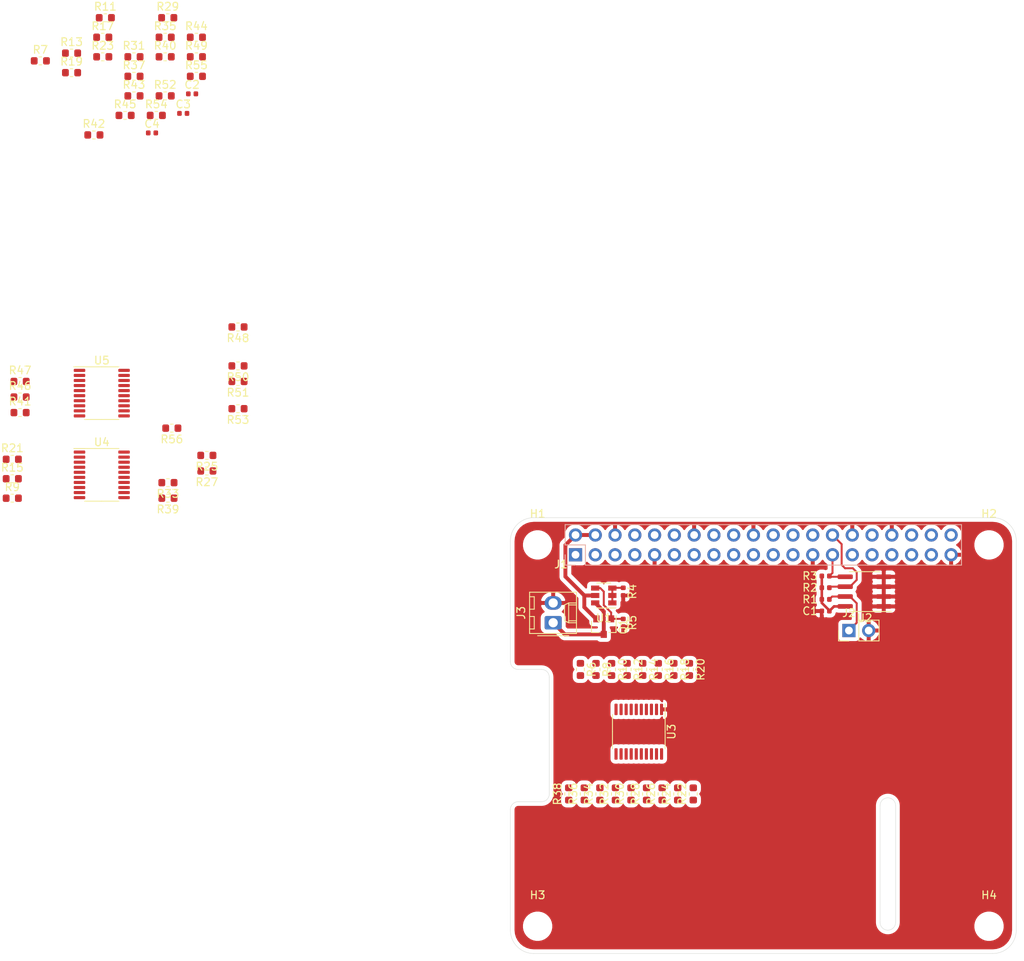
<source format=kicad_pcb>
(kicad_pcb (version 20171130) (host pcbnew "(5.1.5)-3")
  (layers (0 F.Cu signal) (31 B.Cu signal) (34 B.Paste user) (35 F.Paste user) (36 B.SilkS user) (37 F.SilkS user) (38 B.Mask user) (39 F.Mask user) (44 Edge.Cuts user))
  (net 0 "")
  (net 1 +3V3)
  (net 2 GND)
  (net 3 /ID_SC)
  (net 4 /ID_SD)
  (net 5 +5V)
  (net 6 "Net-(J2-Pad1)")
  (net 7 "Net-(J3-Pad1)")
  (net 8 "Net-(Q1-Pad1)")
  (net 9 "Net-(R4-Pad1)")
  (net 10 "Net-(R6-Pad2)")
  (net 11 "Net-(R7-Pad2)")
  (net 12 "Net-(R8-Pad2)")
  (net 13 "Net-(R9-Pad2)")
  (net 14 "Net-(R10-Pad2)")
  (net 15 "Net-(R11-Pad2)")
  (net 16 "Net-(R12-Pad2)")
  (net 17 "Net-(R13-Pad2)")
  (net 18 "Net-(R14-Pad2)")
  (net 19 "Net-(R15-Pad2)")
  (net 20 "Net-(R16-Pad2)")
  (net 21 "Net-(R17-Pad2)")
  (net 22 "Net-(R18-Pad2)")
  (net 23 "Net-(R19-Pad2)")
  (net 24 "Net-(R20-Pad2)")
  (net 25 "Net-(R21-Pad2)")
  (net 26 "Net-(R22-Pad2)")
  (net 27 "Net-(R23-Pad2)")
  (net 28 "Net-(R24-Pad2)")
  (net 29 "Net-(R25-Pad2)")
  (net 30 "Net-(R26-Pad2)")
  (net 31 "Net-(R27-Pad2)")
  (net 32 "Net-(R28-Pad2)")
  (net 33 "Net-(R29-Pad2)")
  (net 34 "Net-(R30-Pad2)")
  (net 35 "Net-(R31-Pad2)")
  (net 36 "Net-(R32-Pad2)")
  (net 37 "Net-(R33-Pad2)")
  (net 38 "Net-(R34-Pad2)")
  (net 39 "Net-(R35-Pad2)")
  (net 40 "Net-(R36-Pad2)")
  (net 41 "Net-(R37-Pad2)")
  (net 42 "Net-(R38-Pad2)")
  (net 43 "Net-(R39-Pad2)")
  (net 44 "Net-(R40-Pad2)")
  (net 45 "Net-(R41-Pad2)")
  (net 46 "Net-(R42-Pad2)")
  (net 47 "Net-(R43-Pad2)")
  (net 48 "Net-(R44-Pad2)")
  (net 49 "Net-(R45-Pad2)")
  (net 50 "Net-(R46-Pad2)")
  (net 51 "Net-(R47-Pad2)")
  (net 52 "Net-(R48-Pad2)")
  (net 53 "Net-(R49-Pad2)")
  (net 54 "Net-(R50-Pad2)")
  (net 55 "Net-(R51-Pad2)")
  (net 56 "Net-(R52-Pad2)")
  (net 57 "Net-(R53-Pad2)")
  (net 58 "Net-(R54-Pad2)")
  (net 59 "Net-(R55-Pad2)")
  (net 60 "Net-(R56-Pad2)")
  (module Package_SO:TSSOP-20_4.4x6.5mm_P0.65mm (layer F.Cu) (at -32.5 4)
    (fp_text reference U5 (at 0 -4.2) (layer F.SilkS))
    (fp_text value NVT2008PW)
    (pad 20 smd roundrect (at 2.8625 -2.925) (size 1.475 0.4) (layers F.Cu F.Paste F.Mask) (net 52 "Net-(R48-Pad2)"))
    (pad 19 smd roundrect (at 2.8625 -2.275) (size 1.475 0.4) (layers F.Cu F.Paste F.Mask) (net 52 "Net-(R48-Pad2)"))
    (pad 18 smd roundrect (at 2.8625 -1.625) (size 1.475 0.4) (layers F.Cu F.Paste F.Mask) (net 53 "Net-(R49-Pad2)"))
    (pad 17 smd roundrect (at 2.8625 -0.975) (size 1.475 0.4) (layers F.Cu F.Paste F.Mask) (net 54 "Net-(R50-Pad2)"))
    (pad 16 smd roundrect (at 2.8625 -0.325) (size 1.475 0.4) (layers F.Cu F.Paste F.Mask) (net 55 "Net-(R51-Pad2)"))
    (pad 15 smd roundrect (at 2.8625 0.325) (size 1.475 0.4) (layers F.Cu F.Paste F.Mask) (net 56 "Net-(R52-Pad2)"))
    (pad 14 smd roundrect (at 2.8625 0.975) (size 1.475 0.4) (layers F.Cu F.Paste F.Mask) (net 57 "Net-(R53-Pad2)"))
    (pad 13 smd roundrect (at 2.8625 1.625) (size 1.475 0.4) (layers F.Cu F.Paste F.Mask) (net 58 "Net-(R54-Pad2)"))
    (pad 12 smd roundrect (at 2.8625 2.275) (size 1.475 0.4) (layers F.Cu F.Paste F.Mask) (net 59 "Net-(R55-Pad2)"))
    (pad 11 smd roundrect (at 2.8625 2.925) (size 1.475 0.4) (layers F.Cu F.Paste F.Mask) (net 60 "Net-(R56-Pad2)"))
    (pad 10 smd roundrect (at -2.8625 2.925) (size 1.475 0.4) (layers F.Cu F.Paste F.Mask) (net 44 "Net-(R40-Pad2)"))
    (pad 9 smd roundrect (at -2.8625 2.275) (size 1.475 0.4) (layers F.Cu F.Paste F.Mask) (net 45 "Net-(R41-Pad2)"))
    (pad 8 smd roundrect (at -2.8625 1.625) (size 1.475 0.4) (layers F.Cu F.Paste F.Mask) (net 46 "Net-(R42-Pad2)"))
    (pad 7 smd roundrect (at -2.8625 0.975) (size 1.475 0.4) (layers F.Cu F.Paste F.Mask) (net 47 "Net-(R43-Pad2)"))
    (pad 6 smd roundrect (at -2.8625 0.325) (size 1.475 0.4) (layers F.Cu F.Paste F.Mask) (net 48 "Net-(R44-Pad2)"))
    (pad 5 smd roundrect (at -2.8625 -0.325) (size 1.475 0.4) (layers F.Cu F.Paste F.Mask) (net 49 "Net-(R45-Pad2)"))
    (pad 4 smd roundrect (at -2.8625 -0.975) (size 1.475 0.4) (layers F.Cu F.Paste F.Mask) (net 50 "Net-(R46-Pad2)"))
    (pad 3 smd roundrect (at -2.8625 -1.625) (size 1.475 0.4) (layers F.Cu F.Paste F.Mask) (net 51 "Net-(R47-Pad2)"))
    (pad 2 smd roundrect (at -2.8625 -2.275) (size 1.475 0.4) (layers F.Cu F.Paste F.Mask) (net 1 +3V3))
    (pad 1 smd roundrect (at -2.8625 -2.925) (size 1.475 0.4) (layers F.Cu F.Paste F.Mask) (net 2 GND))
  )
  (module Package_SO:TSSOP-20_4.4x6.5mm_P0.65mm (layer F.Cu) (at -32.5 14.5)
    (fp_text reference U4 (at 0 -4.2) (layer F.SilkS))
    (fp_text value NVT2008PW)
    (pad 20 smd roundrect (at 2.8625 -2.925) (size 1.475 0.4) (layers F.Cu F.Paste F.Mask) (net 27 "Net-(R23-Pad2)"))
    (pad 19 smd roundrect (at 2.8625 -2.275) (size 1.475 0.4) (layers F.Cu F.Paste F.Mask) (net 27 "Net-(R23-Pad2)"))
    (pad 18 smd roundrect (at 2.8625 -1.625) (size 1.475 0.4) (layers F.Cu F.Paste F.Mask) (net 29 "Net-(R25-Pad2)"))
    (pad 17 smd roundrect (at 2.8625 -0.975) (size 1.475 0.4) (layers F.Cu F.Paste F.Mask) (net 31 "Net-(R27-Pad2)"))
    (pad 16 smd roundrect (at 2.8625 -0.325) (size 1.475 0.4) (layers F.Cu F.Paste F.Mask) (net 33 "Net-(R29-Pad2)"))
    (pad 15 smd roundrect (at 2.8625 0.325) (size 1.475 0.4) (layers F.Cu F.Paste F.Mask) (net 35 "Net-(R31-Pad2)"))
    (pad 14 smd roundrect (at 2.8625 0.975) (size 1.475 0.4) (layers F.Cu F.Paste F.Mask) (net 37 "Net-(R33-Pad2)"))
    (pad 13 smd roundrect (at 2.8625 1.625) (size 1.475 0.4) (layers F.Cu F.Paste F.Mask) (net 39 "Net-(R35-Pad2)"))
    (pad 12 smd roundrect (at 2.8625 2.275) (size 1.475 0.4) (layers F.Cu F.Paste F.Mask) (net 41 "Net-(R37-Pad2)"))
    (pad 11 smd roundrect (at 2.8625 2.925) (size 1.475 0.4) (layers F.Cu F.Paste F.Mask) (net 43 "Net-(R39-Pad2)"))
    (pad 10 smd roundrect (at -2.8625 2.925) (size 1.475 0.4) (layers F.Cu F.Paste F.Mask) (net 11 "Net-(R7-Pad2)"))
    (pad 9 smd roundrect (at -2.8625 2.275) (size 1.475 0.4) (layers F.Cu F.Paste F.Mask) (net 13 "Net-(R9-Pad2)"))
    (pad 8 smd roundrect (at -2.8625 1.625) (size 1.475 0.4) (layers F.Cu F.Paste F.Mask) (net 15 "Net-(R11-Pad2)"))
    (pad 7 smd roundrect (at -2.8625 0.975) (size 1.475 0.4) (layers F.Cu F.Paste F.Mask) (net 17 "Net-(R13-Pad2)"))
    (pad 6 smd roundrect (at -2.8625 0.325) (size 1.475 0.4) (layers F.Cu F.Paste F.Mask) (net 19 "Net-(R15-Pad2)"))
    (pad 5 smd roundrect (at -2.8625 -0.325) (size 1.475 0.4) (layers F.Cu F.Paste F.Mask) (net 21 "Net-(R17-Pad2)"))
    (pad 4 smd roundrect (at -2.8625 -0.975) (size 1.475 0.4) (layers F.Cu F.Paste F.Mask) (net 23 "Net-(R19-Pad2)"))
    (pad 3 smd roundrect (at -2.8625 -1.625) (size 1.475 0.4) (layers F.Cu F.Paste F.Mask) (net 25 "Net-(R21-Pad2)"))
    (pad 2 smd roundrect (at -2.8625 -2.275) (size 1.475 0.4) (layers F.Cu F.Paste F.Mask) (net 1 +3V3))
    (pad 1 smd roundrect (at -2.8625 -2.925) (size 1.475 0.4) (layers F.Cu F.Paste F.Mask) (net 2 GND))
  )
  (module Package_SO:TSSOP-20_4.4x6.5mm_P0.65mm (layer F.Cu) (at 36.5 47.5 270)
    (fp_text reference U3 (at 0 -4.2 90) (layer F.SilkS))
    (fp_text value NVT2008PW)
    (pad 20 smd roundrect (at 2.8625 -2.925 270) (size 1.475 0.4) (layers F.Cu F.Paste F.Mask) (net 26 "Net-(R22-Pad2)"))
    (pad 19 smd roundrect (at 2.8625 -2.275 270) (size 1.475 0.4) (layers F.Cu F.Paste F.Mask) (net 26 "Net-(R22-Pad2)"))
    (pad 18 smd roundrect (at 2.8625 -1.625 270) (size 1.475 0.4) (layers F.Cu F.Paste F.Mask) (net 28 "Net-(R24-Pad2)"))
    (pad 17 smd roundrect (at 2.8625 -0.975 270) (size 1.475 0.4) (layers F.Cu F.Paste F.Mask) (net 30 "Net-(R26-Pad2)"))
    (pad 16 smd roundrect (at 2.8625 -0.325 270) (size 1.475 0.4) (layers F.Cu F.Paste F.Mask) (net 32 "Net-(R28-Pad2)"))
    (pad 15 smd roundrect (at 2.8625 0.325 270) (size 1.475 0.4) (layers F.Cu F.Paste F.Mask) (net 34 "Net-(R30-Pad2)"))
    (pad 14 smd roundrect (at 2.8625 0.975 270) (size 1.475 0.4) (layers F.Cu F.Paste F.Mask) (net 36 "Net-(R32-Pad2)"))
    (pad 13 smd roundrect (at 2.8625 1.625 270) (size 1.475 0.4) (layers F.Cu F.Paste F.Mask) (net 38 "Net-(R34-Pad2)"))
    (pad 12 smd roundrect (at 2.8625 2.275 270) (size 1.475 0.4) (layers F.Cu F.Paste F.Mask) (net 40 "Net-(R36-Pad2)"))
    (pad 11 smd roundrect (at 2.8625 2.925 270) (size 1.475 0.4) (layers F.Cu F.Paste F.Mask) (net 42 "Net-(R38-Pad2)"))
    (pad 10 smd roundrect (at -2.8625 2.925 270) (size 1.475 0.4) (layers F.Cu F.Paste F.Mask) (net 10 "Net-(R6-Pad2)"))
    (pad 9 smd roundrect (at -2.8625 2.275 270) (size 1.475 0.4) (layers F.Cu F.Paste F.Mask) (net 12 "Net-(R8-Pad2)"))
    (pad 8 smd roundrect (at -2.8625 1.625 270) (size 1.475 0.4) (layers F.Cu F.Paste F.Mask) (net 14 "Net-(R10-Pad2)"))
    (pad 7 smd roundrect (at -2.8625 0.975 270) (size 1.475 0.4) (layers F.Cu F.Paste F.Mask) (net 16 "Net-(R12-Pad2)"))
    (pad 6 smd roundrect (at -2.8625 0.325 270) (size 1.475 0.4) (layers F.Cu F.Paste F.Mask) (net 18 "Net-(R14-Pad2)"))
    (pad 5 smd roundrect (at -2.8625 -0.325 270) (size 1.475 0.4) (layers F.Cu F.Paste F.Mask) (net 20 "Net-(R16-Pad2)"))
    (pad 4 smd roundrect (at -2.8625 -0.975 270) (size 1.475 0.4) (layers F.Cu F.Paste F.Mask) (net 22 "Net-(R18-Pad2)"))
    (pad 3 smd roundrect (at -2.8625 -1.625 270) (size 1.475 0.4) (layers F.Cu F.Paste F.Mask) (net 24 "Net-(R20-Pad2)"))
    (pad 2 smd roundrect (at -2.8625 -2.275 270) (size 1.475 0.4) (layers F.Cu F.Paste F.Mask) (net 1 +3V3))
    (pad 1 smd roundrect (at -2.8625 -2.925 270) (size 1.475 0.4) (layers F.Cu F.Paste F.Mask) (net 2 GND))
  )
  (module Package_SO:SOIC-8_3.9x4.9mm_P1.27mm (layer F.Cu) (at 65.5 29.5 180)
    (fp_text reference U2 (at 0 -3.4) (layer F.SilkS))
    (fp_text value CAT24C32WI−GT3)
    (pad 8 smd roundrect (at 2.475 -1.905 180) (size 1.95 0.6) (layers F.Cu F.Paste F.Mask) (net 1 +3V3))
    (pad 7 smd roundrect (at 2.475 -0.635 180) (size 1.95 0.6) (layers F.Cu F.Paste F.Mask) (net 6 "Net-(J2-Pad1)"))
    (pad 6 smd roundrect (at 2.475 0.635 180) (size 1.95 0.6) (layers F.Cu F.Paste F.Mask) (net 3 /ID_SC))
    (pad 5 smd roundrect (at 2.475 1.905 180) (size 1.95 0.6) (layers F.Cu F.Paste F.Mask) (net 4 /ID_SD))
    (pad 4 smd roundrect (at -2.475 1.905 180) (size 1.95 0.6) (layers F.Cu F.Paste F.Mask) (net 2 GND))
    (pad 3 smd roundrect (at -2.475 0.635 180) (size 1.95 0.6) (layers F.Cu F.Paste F.Mask) (net 2 GND))
    (pad 2 smd roundrect (at -2.475 -0.635 180) (size 1.95 0.6) (layers F.Cu F.Paste F.Mask) (net 2 GND))
    (pad 1 smd roundrect (at -2.475 -1.905 180) (size 1.95 0.6) (layers F.Cu F.Paste F.Mask) (net 2 GND))
  )
  (module Package_TO_SOT_SMD:SOT-23-6 (layer F.Cu) (at 32 30 180)
    (fp_text reference U1 (at 0 -2.9) (layer F.SilkS))
    (fp_text value DMMT5401)
    (pad 5 smd rect (at 1.1 0 180) (size 1.06 0.65) (layers F.Cu F.Paste F.Mask) (net 5 +5V))
    (pad 6 smd rect (at 1.1 -0.95 180) (size 1.06 0.65) (layers F.Cu F.Paste F.Mask) (net 7 "Net-(J3-Pad1)"))
    (pad 4 smd rect (at 1.1 0.95 180) (size 1.06 0.65) (layers F.Cu F.Paste F.Mask) (net 8 "Net-(Q1-Pad1)"))
    (pad 3 smd rect (at -1.1 0.95 180) (size 1.06 0.65) (layers F.Cu F.Paste F.Mask) (net 9 "Net-(R4-Pad1)"))
    (pad 2 smd rect (at -1.1 0 180) (size 1.06 0.65) (layers F.Cu F.Paste F.Mask) (net 9 "Net-(R4-Pad1)"))
    (pad 1 smd rect (at -1.1 -0.95 180) (size 1.06 0.65) (layers F.Cu F.Paste F.Mask) (net 9 "Net-(R4-Pad1)"))
  )
  (module Resistor_SMD:R_0603_1608Metric (layer F.Cu) (at -23.5 8.5 180)
    (fp_text reference R56 (at 0 -1.43) (layer F.SilkS))
    (fp_text value 680)
    (pad 2 smd roundrect (at 0.7875 0 180) (size 0.875 0.95) (layers F.Cu F.Paste F.Mask) (net 60 "Net-(R56-Pad2)"))
    (pad 1 smd roundrect (at -0.7875 0 180) (size 0.875 0.95) (layers F.Cu F.Paste F.Mask) (net 5 +5V))
  )
  (module Resistor_SMD:R_0603_1608Metric (layer F.Cu) (at -20.344999 -36.704999)
    (fp_text reference R55 (at 0 -1.43) (layer F.SilkS))
    (fp_text value 680)
    (pad 2 smd roundrect (at 0.7875 0) (size 0.875 0.95) (layers F.Cu F.Paste F.Mask) (net 59 "Net-(R55-Pad2)"))
    (pad 1 smd roundrect (at -0.7875 0) (size 0.875 0.95) (layers F.Cu F.Paste F.Mask) (net 5 +5V))
  )
  (module Resistor_SMD:R_0603_1608Metric (layer F.Cu) (at -25.494999 -31.684999)
    (fp_text reference R54 (at 0 -1.43) (layer F.SilkS))
    (fp_text value 680)
    (pad 2 smd roundrect (at 0.7875 0) (size 0.875 0.95) (layers F.Cu F.Paste F.Mask) (net 58 "Net-(R54-Pad2)"))
    (pad 1 smd roundrect (at -0.7875 0) (size 0.875 0.95) (layers F.Cu F.Paste F.Mask) (net 5 +5V))
  )
  (module Resistor_SMD:R_0603_1608Metric (layer F.Cu) (at -15 6 180)
    (fp_text reference R53 (at 0 -1.43) (layer F.SilkS))
    (fp_text value 680)
    (pad 2 smd roundrect (at 0.7875 0 180) (size 0.875 0.95) (layers F.Cu F.Paste F.Mask) (net 57 "Net-(R53-Pad2)"))
    (pad 1 smd roundrect (at -0.7875 0 180) (size 0.875 0.95) (layers F.Cu F.Paste F.Mask) (net 5 +5V))
  )
  (module Resistor_SMD:R_0603_1608Metric (layer F.Cu) (at -24.354999 -34.194999)
    (fp_text reference R52 (at 0 -1.43) (layer F.SilkS))
    (fp_text value 680)
    (pad 2 smd roundrect (at 0.7875 0) (size 0.875 0.95) (layers F.Cu F.Paste F.Mask) (net 56 "Net-(R52-Pad2)"))
    (pad 1 smd roundrect (at -0.7875 0) (size 0.875 0.95) (layers F.Cu F.Paste F.Mask) (net 5 +5V))
  )
  (module Resistor_SMD:R_0603_1608Metric (layer F.Cu) (at -15 2.5 180)
    (fp_text reference R51 (at 0 -1.43) (layer F.SilkS))
    (fp_text value 680)
    (pad 2 smd roundrect (at 0.7875 0 180) (size 0.875 0.95) (layers F.Cu F.Paste F.Mask) (net 55 "Net-(R51-Pad2)"))
    (pad 1 smd roundrect (at -0.7875 0 180) (size 0.875 0.95) (layers F.Cu F.Paste F.Mask) (net 5 +5V))
  )
  (module Resistor_SMD:R_0603_1608Metric (layer F.Cu) (at -15 0.5 180)
    (fp_text reference R50 (at 0 -1.43) (layer F.SilkS))
    (fp_text value 680)
    (pad 2 smd roundrect (at 0.7875 0 180) (size 0.875 0.95) (layers F.Cu F.Paste F.Mask) (net 54 "Net-(R50-Pad2)"))
    (pad 1 smd roundrect (at -0.7875 0 180) (size 0.875 0.95) (layers F.Cu F.Paste F.Mask) (net 5 +5V))
  )
  (module Resistor_SMD:R_0603_1608Metric (layer F.Cu) (at -20.344999 -39.214999)
    (fp_text reference R49 (at 0 -1.43) (layer F.SilkS))
    (fp_text value 680)
    (pad 2 smd roundrect (at 0.7875 0) (size 0.875 0.95) (layers F.Cu F.Paste F.Mask) (net 53 "Net-(R49-Pad2)"))
    (pad 1 smd roundrect (at -0.7875 0) (size 0.875 0.95) (layers F.Cu F.Paste F.Mask) (net 5 +5V))
  )
  (module Resistor_SMD:R_0603_1608Metric (layer F.Cu) (at -15 -4.5 180)
    (fp_text reference R48 (at 0 -1.43) (layer F.SilkS))
    (fp_text value 200K)
    (pad 2 smd roundrect (at 0.7875 0 180) (size 0.875 0.95) (layers F.Cu F.Paste F.Mask) (net 52 "Net-(R48-Pad2)"))
    (pad 1 smd roundrect (at -0.7875 0 180) (size 0.875 0.95) (layers F.Cu F.Paste F.Mask) (net 5 +5V))
  )
  (module Resistor_SMD:R_0603_1608Metric (layer F.Cu) (at -43 2.5)
    (fp_text reference R47 (at 0 -1.43) (layer F.SilkS))
    (fp_text value 680)
    (pad 2 smd roundrect (at 0.7875 0) (size 0.875 0.95) (layers F.Cu F.Paste F.Mask) (net 51 "Net-(R47-Pad2)"))
    (pad 1 smd roundrect (at -0.7875 0) (size 0.875 0.95) (layers F.Cu F.Paste F.Mask) (net 1 +3V3))
  )
  (module Resistor_SMD:R_0603_1608Metric (layer F.Cu) (at -43 4.5)
    (fp_text reference R46 (at 0 -1.43) (layer F.SilkS))
    (fp_text value 680)
    (pad 2 smd roundrect (at 0.7875 0) (size 0.875 0.95) (layers F.Cu F.Paste F.Mask) (net 50 "Net-(R46-Pad2)"))
    (pad 1 smd roundrect (at -0.7875 0) (size 0.875 0.95) (layers F.Cu F.Paste F.Mask) (net 1 +3V3))
  )
  (module Resistor_SMD:R_0603_1608Metric (layer F.Cu) (at -29.504999 -31.684999)
    (fp_text reference R45 (at 0 -1.43) (layer F.SilkS))
    (fp_text value 680)
    (pad 2 smd roundrect (at 0.7875 0) (size 0.875 0.95) (layers F.Cu F.Paste F.Mask) (net 49 "Net-(R45-Pad2)"))
    (pad 1 smd roundrect (at -0.7875 0) (size 0.875 0.95) (layers F.Cu F.Paste F.Mask) (net 1 +3V3))
  )
  (module Resistor_SMD:R_0603_1608Metric (layer F.Cu) (at -20.344999 -41.724999)
    (fp_text reference R44 (at 0 -1.43) (layer F.SilkS))
    (fp_text value 680)
    (pad 2 smd roundrect (at 0.7875 0) (size 0.875 0.95) (layers F.Cu F.Paste F.Mask) (net 48 "Net-(R44-Pad2)"))
    (pad 1 smd roundrect (at -0.7875 0) (size 0.875 0.95) (layers F.Cu F.Paste F.Mask) (net 1 +3V3))
  )
  (module Resistor_SMD:R_0603_1608Metric (layer F.Cu) (at -28.364999 -34.194999)
    (fp_text reference R43 (at 0 -1.43) (layer F.SilkS))
    (fp_text value 680)
    (pad 2 smd roundrect (at 0.7875 0) (size 0.875 0.95) (layers F.Cu F.Paste F.Mask) (net 47 "Net-(R43-Pad2)"))
    (pad 1 smd roundrect (at -0.7875 0) (size 0.875 0.95) (layers F.Cu F.Paste F.Mask) (net 1 +3V3))
  )
  (module Resistor_SMD:R_0603_1608Metric (layer F.Cu) (at -33.514999 -29.174999)
    (fp_text reference R42 (at 0 -1.43) (layer F.SilkS))
    (fp_text value 680)
    (pad 2 smd roundrect (at 0.7875 0) (size 0.875 0.95) (layers F.Cu F.Paste F.Mask) (net 46 "Net-(R42-Pad2)"))
    (pad 1 smd roundrect (at -0.7875 0) (size 0.875 0.95) (layers F.Cu F.Paste F.Mask) (net 1 +3V3))
  )
  (module Resistor_SMD:R_0603_1608Metric (layer F.Cu) (at -43 6.5)
    (fp_text reference R41 (at 0 -1.43) (layer F.SilkS))
    (fp_text value 680)
    (pad 2 smd roundrect (at 0.7875 0) (size 0.875 0.95) (layers F.Cu F.Paste F.Mask) (net 45 "Net-(R41-Pad2)"))
    (pad 1 smd roundrect (at -0.7875 0) (size 0.875 0.95) (layers F.Cu F.Paste F.Mask) (net 1 +3V3))
  )
  (module Resistor_SMD:R_0603_1608Metric (layer F.Cu) (at -24.354999 -39.214999)
    (fp_text reference R40 (at 0 -1.43) (layer F.SilkS))
    (fp_text value 680)
    (pad 2 smd roundrect (at 0.7875 0) (size 0.875 0.95) (layers F.Cu F.Paste F.Mask) (net 44 "Net-(R40-Pad2)"))
    (pad 1 smd roundrect (at -0.7875 0) (size 0.875 0.95) (layers F.Cu F.Paste F.Mask) (net 1 +3V3))
  )
  (module Resistor_SMD:R_0603_1608Metric (layer F.Cu) (at -24 17.5 180)
    (fp_text reference R39 (at 0 -1.43) (layer F.SilkS))
    (fp_text value 680)
    (pad 2 smd roundrect (at 0.7875 0 180) (size 0.875 0.95) (layers F.Cu F.Paste F.Mask) (net 43 "Net-(R39-Pad2)"))
    (pad 1 smd roundrect (at -0.7875 0 180) (size 0.875 0.95) (layers F.Cu F.Paste F.Mask) (net 5 +5V))
  )
  (module Resistor_SMD:R_0603_1608Metric (layer F.Cu) (at 27.5 55.5 90)
    (fp_text reference R38 (at 0 -1.43 90) (layer F.SilkS))
    (fp_text value 680)
    (pad 2 smd roundrect (at 0.7875 0 90) (size 0.875 0.95) (layers F.Cu F.Paste F.Mask) (net 42 "Net-(R38-Pad2)"))
    (pad 1 smd roundrect (at -0.7875 0 90) (size 0.875 0.95) (layers F.Cu F.Paste F.Mask) (net 5 +5V))
  )
  (module Resistor_SMD:R_0603_1608Metric (layer F.Cu) (at -28.364999 -36.704999)
    (fp_text reference R37 (at 0 -1.43) (layer F.SilkS))
    (fp_text value 680)
    (pad 2 smd roundrect (at 0.7875 0) (size 0.875 0.95) (layers F.Cu F.Paste F.Mask) (net 41 "Net-(R37-Pad2)"))
    (pad 1 smd roundrect (at -0.7875 0) (size 0.875 0.95) (layers F.Cu F.Paste F.Mask) (net 5 +5V))
  )
  (module Resistor_SMD:R_0603_1608Metric (layer F.Cu) (at 29.5 55.5 90)
    (fp_text reference R36 (at 0 -1.43 90) (layer F.SilkS))
    (fp_text value 680)
    (pad 2 smd roundrect (at 0.7875 0 90) (size 0.875 0.95) (layers F.Cu F.Paste F.Mask) (net 40 "Net-(R36-Pad2)"))
    (pad 1 smd roundrect (at -0.7875 0 90) (size 0.875 0.95) (layers F.Cu F.Paste F.Mask) (net 5 +5V))
  )
  (module Resistor_SMD:R_0603_1608Metric (layer F.Cu) (at -24.354999 -41.724999)
    (fp_text reference R35 (at 0 -1.43) (layer F.SilkS))
    (fp_text value 680)
    (pad 2 smd roundrect (at 0.7875 0) (size 0.875 0.95) (layers F.Cu F.Paste F.Mask) (net 39 "Net-(R35-Pad2)"))
    (pad 1 smd roundrect (at -0.7875 0) (size 0.875 0.95) (layers F.Cu F.Paste F.Mask) (net 5 +5V))
  )
  (module Resistor_SMD:R_0603_1608Metric (layer F.Cu) (at 31.5 55.5 90)
    (fp_text reference R34 (at 0 -1.43 90) (layer F.SilkS))
    (fp_text value 680)
    (pad 2 smd roundrect (at 0.7875 0 90) (size 0.875 0.95) (layers F.Cu F.Paste F.Mask) (net 38 "Net-(R34-Pad2)"))
    (pad 1 smd roundrect (at -0.7875 0 90) (size 0.875 0.95) (layers F.Cu F.Paste F.Mask) (net 5 +5V))
  )
  (module Resistor_SMD:R_0603_1608Metric (layer F.Cu) (at -24 15.5 180)
    (fp_text reference R33 (at 0 -1.43) (layer F.SilkS))
    (fp_text value 680)
    (pad 2 smd roundrect (at 0.7875 0 180) (size 0.875 0.95) (layers F.Cu F.Paste F.Mask) (net 37 "Net-(R33-Pad2)"))
    (pad 1 smd roundrect (at -0.7875 0 180) (size 0.875 0.95) (layers F.Cu F.Paste F.Mask) (net 5 +5V))
  )
  (module Resistor_SMD:R_0603_1608Metric (layer F.Cu) (at 33.5 55.5 90)
    (fp_text reference R32 (at 0 -1.43 90) (layer F.SilkS))
    (fp_text value 680)
    (pad 2 smd roundrect (at 0.7875 0 90) (size 0.875 0.95) (layers F.Cu F.Paste F.Mask) (net 36 "Net-(R32-Pad2)"))
    (pad 1 smd roundrect (at -0.7875 0 90) (size 0.875 0.95) (layers F.Cu F.Paste F.Mask) (net 5 +5V))
  )
  (module Resistor_SMD:R_0603_1608Metric (layer F.Cu) (at -28.364999 -39.214999)
    (fp_text reference R31 (at 0 -1.43) (layer F.SilkS))
    (fp_text value 680)
    (pad 2 smd roundrect (at 0.7875 0) (size 0.875 0.95) (layers F.Cu F.Paste F.Mask) (net 35 "Net-(R31-Pad2)"))
    (pad 1 smd roundrect (at -0.7875 0) (size 0.875 0.95) (layers F.Cu F.Paste F.Mask) (net 5 +5V))
  )
  (module Resistor_SMD:R_0603_1608Metric (layer F.Cu) (at 35.5 55.5 90)
    (fp_text reference R30 (at 0 -1.43 90) (layer F.SilkS))
    (fp_text value 680)
    (pad 2 smd roundrect (at 0.7875 0 90) (size 0.875 0.95) (layers F.Cu F.Paste F.Mask) (net 34 "Net-(R30-Pad2)"))
    (pad 1 smd roundrect (at -0.7875 0 90) (size 0.875 0.95) (layers F.Cu F.Paste F.Mask) (net 5 +5V))
  )
  (module Resistor_SMD:R_0603_1608Metric (layer F.Cu) (at -24.024999 -44.234999)
    (fp_text reference R29 (at 0 -1.43) (layer F.SilkS))
    (fp_text value 680)
    (pad 2 smd roundrect (at 0.7875 0) (size 0.875 0.95) (layers F.Cu F.Paste F.Mask) (net 33 "Net-(R29-Pad2)"))
    (pad 1 smd roundrect (at -0.7875 0) (size 0.875 0.95) (layers F.Cu F.Paste F.Mask) (net 5 +5V))
  )
  (module Resistor_SMD:R_0603_1608Metric (layer F.Cu) (at 37.5 55.5 90)
    (fp_text reference R28 (at 0 -1.43 90) (layer F.SilkS))
    (fp_text value 680)
    (pad 2 smd roundrect (at 0.7875 0 90) (size 0.875 0.95) (layers F.Cu F.Paste F.Mask) (net 32 "Net-(R28-Pad2)"))
    (pad 1 smd roundrect (at -0.7875 0 90) (size 0.875 0.95) (layers F.Cu F.Paste F.Mask) (net 5 +5V))
  )
  (module Resistor_SMD:R_0603_1608Metric (layer F.Cu) (at -19 14 180)
    (fp_text reference R27 (at 0 -1.43) (layer F.SilkS))
    (fp_text value 680)
    (pad 2 smd roundrect (at 0.7875 0 180) (size 0.875 0.95) (layers F.Cu F.Paste F.Mask) (net 31 "Net-(R27-Pad2)"))
    (pad 1 smd roundrect (at -0.7875 0 180) (size 0.875 0.95) (layers F.Cu F.Paste F.Mask) (net 5 +5V))
  )
  (module Resistor_SMD:R_0603_1608Metric (layer F.Cu) (at 39.5 55.5 90)
    (fp_text reference R26 (at 0 -1.43 90) (layer F.SilkS))
    (fp_text value 680)
    (pad 2 smd roundrect (at 0.7875 0 90) (size 0.875 0.95) (layers F.Cu F.Paste F.Mask) (net 30 "Net-(R26-Pad2)"))
    (pad 1 smd roundrect (at -0.7875 0 90) (size 0.875 0.95) (layers F.Cu F.Paste F.Mask) (net 5 +5V))
  )
  (module Resistor_SMD:R_0603_1608Metric (layer F.Cu) (at -19 12 180)
    (fp_text reference R25 (at 0 -1.43) (layer F.SilkS))
    (fp_text value 680)
    (pad 2 smd roundrect (at 0.7875 0 180) (size 0.875 0.95) (layers F.Cu F.Paste F.Mask) (net 29 "Net-(R25-Pad2)"))
    (pad 1 smd roundrect (at -0.7875 0 180) (size 0.875 0.95) (layers F.Cu F.Paste F.Mask) (net 5 +5V))
  )
  (module Resistor_SMD:R_0603_1608Metric (layer F.Cu) (at 41.5 55.5 90)
    (fp_text reference R24 (at 0 -1.43 90) (layer F.SilkS))
    (fp_text value 680)
    (pad 2 smd roundrect (at 0.7875 0 90) (size 0.875 0.95) (layers F.Cu F.Paste F.Mask) (net 28 "Net-(R24-Pad2)"))
    (pad 1 smd roundrect (at -0.7875 0 90) (size 0.875 0.95) (layers F.Cu F.Paste F.Mask) (net 5 +5V))
  )
  (module Resistor_SMD:R_0603_1608Metric (layer F.Cu) (at -32.374999 -39.214999)
    (fp_text reference R23 (at 0 -1.43) (layer F.SilkS))
    (fp_text value 200K)
    (pad 2 smd roundrect (at 0.7875 0) (size 0.875 0.95) (layers F.Cu F.Paste F.Mask) (net 27 "Net-(R23-Pad2)"))
    (pad 1 smd roundrect (at -0.7875 0) (size 0.875 0.95) (layers F.Cu F.Paste F.Mask) (net 5 +5V))
  )
  (module Resistor_SMD:R_0603_1608Metric (layer F.Cu) (at 43.5 55.5 90)
    (fp_text reference R22 (at 0 -1.43 90) (layer F.SilkS))
    (fp_text value 200K)
    (pad 2 smd roundrect (at 0.7875 0 90) (size 0.875 0.95) (layers F.Cu F.Paste F.Mask) (net 26 "Net-(R22-Pad2)"))
    (pad 1 smd roundrect (at -0.7875 0 90) (size 0.875 0.95) (layers F.Cu F.Paste F.Mask) (net 5 +5V))
  )
  (module Resistor_SMD:R_0603_1608Metric (layer F.Cu) (at -44 12.5)
    (fp_text reference R21 (at 0 -1.43) (layer F.SilkS))
    (fp_text value 680)
    (pad 2 smd roundrect (at 0.7875 0) (size 0.875 0.95) (layers F.Cu F.Paste F.Mask) (net 25 "Net-(R21-Pad2)"))
    (pad 1 smd roundrect (at -0.7875 0) (size 0.875 0.95) (layers F.Cu F.Paste F.Mask) (net 1 +3V3))
  )
  (module Resistor_SMD:R_0603_1608Metric (layer F.Cu) (at 43 39.5 270)
    (fp_text reference R20 (at 0 -1.43 90) (layer F.SilkS))
    (fp_text value 680)
    (pad 2 smd roundrect (at 0.7875 0 270) (size 0.875 0.95) (layers F.Cu F.Paste F.Mask) (net 24 "Net-(R20-Pad2)"))
    (pad 1 smd roundrect (at -0.7875 0 270) (size 0.875 0.95) (layers F.Cu F.Paste F.Mask) (net 1 +3V3))
  )
  (module Resistor_SMD:R_0603_1608Metric (layer F.Cu) (at -36.384999 -37.174999)
    (fp_text reference R19 (at 0 -1.43) (layer F.SilkS))
    (fp_text value 680)
    (pad 2 smd roundrect (at 0.7875 0) (size 0.875 0.95) (layers F.Cu F.Paste F.Mask) (net 23 "Net-(R19-Pad2)"))
    (pad 1 smd roundrect (at -0.7875 0) (size 0.875 0.95) (layers F.Cu F.Paste F.Mask) (net 1 +3V3))
  )
  (module Resistor_SMD:R_0603_1608Metric (layer F.Cu) (at 41 39.5 270)
    (fp_text reference R18 (at 0 -1.43 90) (layer F.SilkS))
    (fp_text value 680)
    (pad 2 smd roundrect (at 0.7875 0 270) (size 0.875 0.95) (layers F.Cu F.Paste F.Mask) (net 22 "Net-(R18-Pad2)"))
    (pad 1 smd roundrect (at -0.7875 0 270) (size 0.875 0.95) (layers F.Cu F.Paste F.Mask) (net 1 +3V3))
  )
  (module Resistor_SMD:R_0603_1608Metric (layer F.Cu) (at -32.374999 -41.724999)
    (fp_text reference R17 (at 0 -1.43) (layer F.SilkS))
    (fp_text value 680)
    (pad 2 smd roundrect (at 0.7875 0) (size 0.875 0.95) (layers F.Cu F.Paste F.Mask) (net 21 "Net-(R17-Pad2)"))
    (pad 1 smd roundrect (at -0.7875 0) (size 0.875 0.95) (layers F.Cu F.Paste F.Mask) (net 1 +3V3))
  )
  (module Resistor_SMD:R_0603_1608Metric (layer F.Cu) (at 39 39.5 270)
    (fp_text reference R16 (at 0 -1.43 90) (layer F.SilkS))
    (fp_text value 680)
    (pad 2 smd roundrect (at 0.7875 0 270) (size 0.875 0.95) (layers F.Cu F.Paste F.Mask) (net 20 "Net-(R16-Pad2)"))
    (pad 1 smd roundrect (at -0.7875 0 270) (size 0.875 0.95) (layers F.Cu F.Paste F.Mask) (net 1 +3V3))
  )
  (module Resistor_SMD:R_0603_1608Metric (layer F.Cu) (at -44 15)
    (fp_text reference R15 (at 0 -1.43) (layer F.SilkS))
    (fp_text value 680)
    (pad 2 smd roundrect (at 0.7875 0) (size 0.875 0.95) (layers F.Cu F.Paste F.Mask) (net 19 "Net-(R15-Pad2)"))
    (pad 1 smd roundrect (at -0.7875 0) (size 0.875 0.95) (layers F.Cu F.Paste F.Mask) (net 1 +3V3))
  )
  (module Resistor_SMD:R_0603_1608Metric (layer F.Cu) (at 37 39.5 270)
    (fp_text reference R14 (at 0 -1.43 90) (layer F.SilkS))
    (fp_text value 680)
    (pad 2 smd roundrect (at 0.7875 0 270) (size 0.875 0.95) (layers F.Cu F.Paste F.Mask) (net 18 "Net-(R14-Pad2)"))
    (pad 1 smd roundrect (at -0.7875 0 270) (size 0.875 0.95) (layers F.Cu F.Paste F.Mask) (net 1 +3V3))
  )
  (module Resistor_SMD:R_0603_1608Metric (layer F.Cu) (at -36.384999 -39.684999)
    (fp_text reference R13 (at 0 -1.43) (layer F.SilkS))
    (fp_text value 680)
    (pad 2 smd roundrect (at 0.7875 0) (size 0.875 0.95) (layers F.Cu F.Paste F.Mask) (net 17 "Net-(R13-Pad2)"))
    (pad 1 smd roundrect (at -0.7875 0) (size 0.875 0.95) (layers F.Cu F.Paste F.Mask) (net 1 +3V3))
  )
  (module Resistor_SMD:R_0603_1608Metric (layer F.Cu) (at 35 39.5 270)
    (fp_text reference R12 (at 0 -1.43 90) (layer F.SilkS))
    (fp_text value 680)
    (pad 2 smd roundrect (at 0.7875 0 270) (size 0.875 0.95) (layers F.Cu F.Paste F.Mask) (net 16 "Net-(R12-Pad2)"))
    (pad 1 smd roundrect (at -0.7875 0 270) (size 0.875 0.95) (layers F.Cu F.Paste F.Mask) (net 1 +3V3))
  )
  (module Resistor_SMD:R_0603_1608Metric (layer F.Cu) (at -32.044999 -44.234999)
    (fp_text reference R11 (at 0 -1.43) (layer F.SilkS))
    (fp_text value 680)
    (pad 2 smd roundrect (at 0.7875 0) (size 0.875 0.95) (layers F.Cu F.Paste F.Mask) (net 15 "Net-(R11-Pad2)"))
    (pad 1 smd roundrect (at -0.7875 0) (size 0.875 0.95) (layers F.Cu F.Paste F.Mask) (net 1 +3V3))
  )
  (module Resistor_SMD:R_0603_1608Metric (layer F.Cu) (at 33 39.5 270)
    (fp_text reference R10 (at 0 -1.43 90) (layer F.SilkS))
    (fp_text value 680)
    (pad 2 smd roundrect (at 0.7875 0 270) (size 0.875 0.95) (layers F.Cu F.Paste F.Mask) (net 14 "Net-(R10-Pad2)"))
    (pad 1 smd roundrect (at -0.7875 0 270) (size 0.875 0.95) (layers F.Cu F.Paste F.Mask) (net 1 +3V3))
  )
  (module Resistor_SMD:R_0603_1608Metric (layer F.Cu) (at -44 17.5)
    (fp_text reference R9 (at 0 -1.43) (layer F.SilkS))
    (fp_text value 680)
    (pad 2 smd roundrect (at 0.7875 0) (size 0.875 0.95) (layers F.Cu F.Paste F.Mask) (net 13 "Net-(R9-Pad2)"))
    (pad 1 smd roundrect (at -0.7875 0) (size 0.875 0.95) (layers F.Cu F.Paste F.Mask) (net 1 +3V3))
  )
  (module Resistor_SMD:R_0603_1608Metric (layer F.Cu) (at 31 39.5 270)
    (fp_text reference R8 (at 0 -1.43 90) (layer F.SilkS))
    (fp_text value 680)
    (pad 2 smd roundrect (at 0.7875 0 270) (size 0.875 0.95) (layers F.Cu F.Paste F.Mask) (net 12 "Net-(R8-Pad2)"))
    (pad 1 smd roundrect (at -0.7875 0 270) (size 0.875 0.95) (layers F.Cu F.Paste F.Mask) (net 1 +3V3))
  )
  (module Resistor_SMD:R_0603_1608Metric (layer F.Cu) (at -40.394999 -38.694999)
    (fp_text reference R7 (at 0 -1.43) (layer F.SilkS))
    (fp_text value 680)
    (pad 2 smd roundrect (at 0.7875 0) (size 0.875 0.95) (layers F.Cu F.Paste F.Mask) (net 11 "Net-(R7-Pad2)"))
    (pad 1 smd roundrect (at -0.7875 0) (size 0.875 0.95) (layers F.Cu F.Paste F.Mask) (net 1 +3V3))
  )
  (module Resistor_SMD:R_0603_1608Metric (layer F.Cu) (at 29 39.5 270)
    (fp_text reference R6 (at 0 -1.43 90) (layer F.SilkS))
    (fp_text value 680)
    (pad 2 smd roundrect (at 0.7875 0 270) (size 0.875 0.95) (layers F.Cu F.Paste F.Mask) (net 10 "Net-(R6-Pad2)"))
    (pad 1 smd roundrect (at -0.7875 0 270) (size 0.875 0.95) (layers F.Cu F.Paste F.Mask) (net 1 +3V3))
  )
  (module Package_TO_SOT_SMD:SOT-23 (layer F.Cu) (at 32 34 270)
    (fp_text reference Q1 (at 0 -2.5 90) (layer F.SilkS))
    (fp_text value DMG2305UX)
    (pad 3 smd rect (at 1 0 270) (size 0.9 0.8) (layers F.Cu F.Paste F.Mask) (net 7 "Net-(J3-Pad1)"))
    (pad 2 smd rect (at -1 0.95 270) (size 0.9 0.8) (layers F.Cu F.Paste F.Mask) (net 5 +5V))
    (pad 1 smd rect (at -1 -0.95 270) (size 0.9 0.8) (layers F.Cu F.Paste F.Mask) (net 8 "Net-(Q1-Pad1)"))
  )
  (module Connector_Molex:Molex_KK-254_AE-6410-02A_1x02_P2.54mm_Vertical (layer F.Cu) (at 25.5 33.5 90)
    (fp_text reference J3 (at 1.27 -4.12 90) (layer F.SilkS))
    (fp_text value Screw_Terminal_01x02)
    (pad 2 thru_hole oval (at 2.54 0 90) (size 1.74 2.19) (drill 1.19) (layers *.Cu *.Mask) (net 2 GND))
    (pad 1 thru_hole roundrect (at 0 0 90) (size 1.74 2.19) (drill 1.19) (layers *.Cu *.Mask) (roundrect_rratio 0.143678) (net 7 "Net-(J3-Pad1)"))
  )
  (module Capacitor_SMD:C_0402_1005Metric (layer F.Cu) (at -26.044999 -29.434999)
    (fp_text reference C4 (at 0 -1.17) (layer F.SilkS))
    (fp_text value 100n)
    (pad 2 smd roundrect (at 0.485 0) (size 0.59 0.64) (layers F.Cu F.Paste F.Mask) (net 5 +5V))
    (pad 1 smd roundrect (at -0.485 0) (size 0.59 0.64) (layers F.Cu F.Paste F.Mask) (net 2 GND))
  )
  (module Capacitor_SMD:C_0402_1005Metric (layer F.Cu) (at -22.034999 -31.944999)
    (fp_text reference C3 (at 0 -1.17) (layer F.SilkS))
    (fp_text value 100n)
    (pad 2 smd roundrect (at 0.485 0) (size 0.59 0.64) (layers F.Cu F.Paste F.Mask) (net 5 +5V))
    (pad 1 smd roundrect (at -0.485 0) (size 0.59 0.64) (layers F.Cu F.Paste F.Mask) (net 2 GND))
  )
  (module Capacitor_SMD:C_0402_1005Metric (layer F.Cu) (at -20.894999 -34.454999)
    (fp_text reference C2 (at 0 -1.17) (layer F.SilkS))
    (fp_text value 100n)
    (pad 2 smd roundrect (at 0.485 0) (size 0.59 0.64) (layers F.Cu F.Paste F.Mask) (net 5 +5V))
    (pad 1 smd roundrect (at -0.485 0) (size 0.59 0.64) (layers F.Cu F.Paste F.Mask) (net 2 GND))
  )
  (module Resistor_SMD:R_0402_1005Metric (layer F.Cu) (at 34.5 33.5 270)
    (fp_text reference R5 (at 0 -1.17 90) (layer F.SilkS))
    (fp_text value 47K)
    (pad 2 smd roundrect (at 0.485 0 270) (size 0.59 0.64) (layers F.Cu F.Paste F.Mask) (net 2 GND))
    (pad 1 smd roundrect (at -0.485 0 270) (size 0.59 0.64) (layers F.Cu F.Paste F.Mask) (net 8 "Net-(Q1-Pad1)"))
  )
  (module Resistor_SMD:R_0402_1005Metric (layer F.Cu) (at 34.5 29.5 270)
    (fp_text reference R4 (at 0 -1.17 90) (layer F.SilkS))
    (fp_text value 10K)
    (pad 2 smd roundrect (at 0.485 0 270) (size 0.59 0.64) (layers F.Cu F.Paste F.Mask) (net 2 GND))
    (pad 1 smd roundrect (at -0.485 0 270) (size 0.59 0.64) (layers F.Cu F.Paste F.Mask) (net 9 "Net-(R4-Pad1)"))
  )
  (module beahpong:MountingHole_2.75mm_M2.5_Land_6.2mm (layer F.Cu) (at 81.5 72.5)
    (fp_text reference H4 (at 0 -4) (layer F.SilkS))
    (fp_text value MountingHole)
    (pad "" np_thru_hole circle (at 0 0) (size 2.75 2.75) (drill 2.75) (layers *.Cu *.Mask))
  )
  (module beahpong:MountingHole_2.75mm_M2.5_Land_6.2mm (layer F.Cu) (at 23.5 72.5)
    (fp_text reference H3 (at 0 -4) (layer F.SilkS))
    (fp_text value MountingHole)
    (pad "" np_thru_hole circle (at 0 0) (size 2.75 2.75) (drill 2.75) (layers *.Cu *.Mask))
  )
  (module beahpong:MountingHole_2.75mm_M2.5_Land_6.2mm (layer F.Cu) (at 81.5 23.5)
    (fp_text reference H2 (at 0 -4) (layer F.SilkS))
    (fp_text value MountingHole)
    (pad "" np_thru_hole circle (at 0 0) (size 2.75 2.75) (drill 2.75) (layers *.Cu *.Mask))
  )
  (module beahpong:MountingHole_2.75mm_M2.5_Land_6.2mm (layer F.Cu) (at 23.5 23.5)
    (fp_text reference H1 (at 0 -4) (layer F.SilkS))
    (fp_text value MountingHole)
    (pad "" np_thru_hole circle (at 0 0) (size 2.75 2.75) (drill 2.75) (layers *.Cu *.Mask))
  )
  (module Connector_PinHeader_2.54mm:PinHeader_1x02_P2.54mm_Vertical (layer F.Cu) (at 63.5 34.5 90)
    (fp_text reference J2 (at 2.25 0 180) (layer F.SilkS))
    (fp_text value Conn_01x02)
    (pad 2 thru_hole oval (at 0 2.54 90) (size 1.7 1.7) (drill 1) (layers *.Cu *.Mask) (net 2 GND))
    (pad 1 thru_hole rect (at 0 0 90) (size 1.7 1.7) (drill 1) (layers *.Cu *.Mask) (net 6 "Net-(J2-Pad1)"))
  )
  (module Connector_PinSocket_2.54mm:PinSocket_2x20_P2.54mm_Vertical (layer B.Cu) (at 28.37 24.77 270)
    (fp_text reference J1 (at 1.23 1.87 180) (layer F.SilkS))
    (fp_text value Conn_02x20_Odd_Even)
    (pad 40 thru_hole oval (at -2.54 -48.26 270) (size 1.7 1.7) (drill 1) (layers *.Cu *.Mask))
    (pad 39 thru_hole oval (at 0 -48.26 270) (size 1.7 1.7) (drill 1) (layers *.Cu *.Mask) (net 2 GND))
    (pad 38 thru_hole oval (at -2.54 -45.72 270) (size 1.7 1.7) (drill 1) (layers *.Cu *.Mask))
    (pad 37 thru_hole oval (at 0 -45.72 270) (size 1.7 1.7) (drill 1) (layers *.Cu *.Mask))
    (pad 36 thru_hole oval (at -2.54 -43.18 270) (size 1.7 1.7) (drill 1) (layers *.Cu *.Mask))
    (pad 35 thru_hole oval (at 0 -43.18 270) (size 1.7 1.7) (drill 1) (layers *.Cu *.Mask))
    (pad 34 thru_hole oval (at -2.54 -40.64 270) (size 1.7 1.7) (drill 1) (layers *.Cu *.Mask) (net 2 GND))
    (pad 33 thru_hole oval (at 0 -40.64 270) (size 1.7 1.7) (drill 1) (layers *.Cu *.Mask))
    (pad 32 thru_hole oval (at -2.54 -38.1 270) (size 1.7 1.7) (drill 1) (layers *.Cu *.Mask))
    (pad 31 thru_hole oval (at 0 -38.1 270) (size 1.7 1.7) (drill 1) (layers *.Cu *.Mask))
    (pad 30 thru_hole oval (at -2.54 -35.56 270) (size 1.7 1.7) (drill 1) (layers *.Cu *.Mask) (net 2 GND))
    (pad 29 thru_hole oval (at 0 -35.56 270) (size 1.7 1.7) (drill 1) (layers *.Cu *.Mask))
    (pad 28 thru_hole oval (at -2.54 -33.02 270) (size 1.7 1.7) (drill 1) (layers *.Cu *.Mask) (net 3 /ID_SC))
    (pad 27 thru_hole oval (at 0 -33.02 270) (size 1.7 1.7) (drill 1) (layers *.Cu *.Mask) (net 4 /ID_SD))
    (pad 26 thru_hole oval (at -2.54 -30.48 270) (size 1.7 1.7) (drill 1) (layers *.Cu *.Mask))
    (pad 25 thru_hole oval (at 0 -30.48 270) (size 1.7 1.7) (drill 1) (layers *.Cu *.Mask) (net 2 GND))
    (pad 24 thru_hole oval (at -2.54 -27.94 270) (size 1.7 1.7) (drill 1) (layers *.Cu *.Mask))
    (pad 23 thru_hole oval (at 0 -27.94 270) (size 1.7 1.7) (drill 1) (layers *.Cu *.Mask))
    (pad 22 thru_hole oval (at -2.54 -25.4 270) (size 1.7 1.7) (drill 1) (layers *.Cu *.Mask))
    (pad 21 thru_hole oval (at 0 -25.4 270) (size 1.7 1.7) (drill 1) (layers *.Cu *.Mask))
    (pad 20 thru_hole oval (at -2.54 -22.86 270) (size 1.7 1.7) (drill 1) (layers *.Cu *.Mask) (net 2 GND))
    (pad 19 thru_hole oval (at 0 -22.86 270) (size 1.7 1.7) (drill 1) (layers *.Cu *.Mask))
    (pad 18 thru_hole oval (at -2.54 -20.32 270) (size 1.7 1.7) (drill 1) (layers *.Cu *.Mask))
    (pad 17 thru_hole oval (at 0 -20.32 270) (size 1.7 1.7) (drill 1) (layers *.Cu *.Mask) (net 1 +3V3))
    (pad 16 thru_hole oval (at -2.54 -17.78 270) (size 1.7 1.7) (drill 1) (layers *.Cu *.Mask))
    (pad 15 thru_hole oval (at 0 -17.78 270) (size 1.7 1.7) (drill 1) (layers *.Cu *.Mask))
    (pad 14 thru_hole oval (at -2.54 -15.24 270) (size 1.7 1.7) (drill 1) (layers *.Cu *.Mask) (net 2 GND))
    (pad 13 thru_hole oval (at 0 -15.24 270) (size 1.7 1.7) (drill 1) (layers *.Cu *.Mask))
    (pad 12 thru_hole oval (at -2.54 -12.7 270) (size 1.7 1.7) (drill 1) (layers *.Cu *.Mask))
    (pad 11 thru_hole oval (at 0 -12.7 270) (size 1.7 1.7) (drill 1) (layers *.Cu *.Mask))
    (pad 10 thru_hole oval (at -2.54 -10.16 270) (size 1.7 1.7) (drill 1) (layers *.Cu *.Mask))
    (pad 9 thru_hole oval (at 0 -10.16 270) (size 1.7 1.7) (drill 1) (layers *.Cu *.Mask) (net 2 GND))
    (pad 8 thru_hole oval (at -2.54 -7.62 270) (size 1.7 1.7) (drill 1) (layers *.Cu *.Mask))
    (pad 7 thru_hole oval (at 0 -7.62 270) (size 1.7 1.7) (drill 1) (layers *.Cu *.Mask))
    (pad 6 thru_hole oval (at -2.54 -5.08 270) (size 1.7 1.7) (drill 1) (layers *.Cu *.Mask) (net 2 GND))
    (pad 5 thru_hole oval (at 0 -5.08 270) (size 1.7 1.7) (drill 1) (layers *.Cu *.Mask))
    (pad 4 thru_hole oval (at -2.54 -2.54 270) (size 1.7 1.7) (drill 1) (layers *.Cu *.Mask) (net 5 +5V))
    (pad 3 thru_hole oval (at 0 -2.54 270) (size 1.7 1.7) (drill 1) (layers *.Cu *.Mask))
    (pad 2 thru_hole oval (at -2.54 0 270) (size 1.7 1.7) (drill 1) (layers *.Cu *.Mask) (net 5 +5V))
    (pad 1 thru_hole rect (at 0 0 270) (size 1.7 1.7) (drill 1) (layers *.Cu *.Mask) (net 1 +3V3))
  )
  (module Resistor_SMD:R_0402_1005Metric (layer F.Cu) (at 60.5 27.5)
    (fp_text reference R3 (at -2 0) (layer F.SilkS))
    (fp_text value 3.9K)
    (pad 2 smd roundrect (at 0.485 0) (size 0.59 0.64) (layers F.Cu F.Paste F.Mask) (net 4 /ID_SD))
    (pad 1 smd roundrect (at -0.485 0) (size 0.59 0.64) (layers F.Cu F.Paste F.Mask) (net 1 +3V3))
  )
  (module Resistor_SMD:R_0402_1005Metric (layer F.Cu) (at 60.5 29)
    (fp_text reference R2 (at -2 0) (layer F.SilkS))
    (fp_text value 3.9K)
    (pad 2 smd roundrect (at 0.485 0) (size 0.59 0.64) (layers F.Cu F.Paste F.Mask) (net 3 /ID_SC))
    (pad 1 smd roundrect (at -0.485 0) (size 0.59 0.64) (layers F.Cu F.Paste F.Mask) (net 1 +3V3))
  )
  (module Resistor_SMD:R_0402_1005Metric (layer F.Cu) (at 60.5 30.5)
    (fp_text reference R1 (at -2 0) (layer F.SilkS))
    (fp_text value 1K)
    (pad 2 smd roundrect (at 0.485 0) (size 0.59 0.64) (layers F.Cu F.Paste F.Mask) (net 6 "Net-(J2-Pad1)"))
    (pad 1 smd roundrect (at -0.485 0) (size 0.59 0.64) (layers F.Cu F.Paste F.Mask) (net 1 +3V3))
  )
  (module Capacitor_SMD:C_0402_1005Metric (layer F.Cu) (at 60.5 32)
    (fp_text reference C1 (at -2 0) (layer F.SilkS))
    (fp_text value 100n)
    (pad 2 smd roundrect (at 0.485 0) (size 0.59 0.64) (layers F.Cu F.Paste F.Mask) (net 1 +3V3))
    (pad 1 smd roundrect (at -0.485 0) (size 0.59 0.64) (layers F.Cu F.Paste F.Mask) (net 2 GND))
  )
  (gr_line (start 67.5 72) (end 67.5 57) (layer Edge.Cuts) (width 0.05))
  (gr_line (start 69.5 57) (end 69.5 72) (layer Edge.Cuts) (width 0.05))
  (gr_arc (start 68.5 57) (end 69.5 57) (angle -180) (layer Edge.Cuts) (width 0.05))
  (gr_arc (start 68.5 72) (end 67.5 72) (angle -180) (layer Edge.Cuts) (width 0.05))
  (gr_line (start 20 38.5) (end 20 23) (layer Edge.Cuts) (width 0.05))
  (gr_line (start 24 39.5) (end 21 39.5) (layer Edge.Cuts) (width 0.05))
  (gr_arc (start 21 38.5) (end 20 38.5) (angle -90) (layer Edge.Cuts) (width 0.05))
  (gr_line (start 25 55.5) (end 25 40.5) (layer Edge.Cuts) (width 0.05))
  (gr_arc (start 24 40.5) (end 25 40.5) (angle -90) (layer Edge.Cuts) (width 0.05))
  (gr_line (start 21 56.5) (end 24 56.5) (layer Edge.Cuts) (width 0.05))
  (gr_arc (start 24 55.5) (end 24 56.5) (angle -90) (layer Edge.Cuts) (width 0.05))
  (gr_line (start 20 73) (end 20 57.5) (layer Edge.Cuts) (width 0.05))
  (gr_arc (start 21 57.5) (end 21 56.5) (angle -90) (layer Edge.Cuts) (width 0.05))
  (gr_line (start 82 20) (end 23 20) (layer Edge.Cuts) (width 0.05))
  (gr_line (start 85 73) (end 85 23) (layer Edge.Cuts) (width 0.05))
  (gr_line (start 23 76) (end 82 76) (layer Edge.Cuts) (width 0.05))
  (gr_arc (start 23 73) (end 20 73) (angle -90) (layer Edge.Cuts) (width 0.05))
  (gr_arc (start 82 73) (end 82 76) (angle -90) (layer Edge.Cuts) (width 0.05))
  (gr_arc (start 82 23) (end 85 23) (angle -90) (layer Edge.Cuts) (width 0.05))
  (gr_arc (start 23 23) (end 23 20) (angle -90) (layer Edge.Cuts) (width 0.05))
  (segment (start 61.58 31.405) (end 60.985 32) (width 0.33) (layer F.Cu) (net 1))
  (segment (start 63.025 31.405) (end 61.58 31.405) (width 0.33) (layer F.Cu) (net 1))
  (segment (start 60.985 31.9252) (end 60.985 32) (width 0.33) (layer F.Cu) (net 1))
  (segment (start 60.015 30.9552) (end 60.985 31.9252) (width 0.33) (layer F.Cu) (net 1))
  (segment (start 60.015 30.5) (end 60.015 30.9552) (width 0.33) (layer F.Cu) (net 1))
  (segment (start 60.015 30.5) (end 60.015 29) (width 0.33) (layer F.Cu) (net 1))
  (segment (start 60.015 29) (end 60.015 27.5) (width 0.33) (layer F.Cu) (net 1))
  (segment (start 61.12 28.865) (end 60.985 29) (width 0.25) (layer F.Cu) (net 3))
  (segment (start 63.025 28.865) (end 61.12 28.865) (width 0.25) (layer F.Cu) (net 3))
  (segment (start 62.239999 23.079999) (end 61.39 22.23) (width 0.25) (layer F.Cu) (net 3))
  (segment (start 62.565001 23.405001) (end 62.239999 23.079999) (width 0.25) (layer F.Cu) (net 3))
  (segment (start 62.565001 26.065001) (end 62.565001 23.405001) (width 0.25) (layer F.Cu) (net 3))
  (segment (start 63 26.5) (end 62.565001 26.065001) (width 0.25) (layer F.Cu) (net 3))
  (segment (start 63.635 28.865) (end 64.5 28) (width 0.25) (layer F.Cu) (net 3))
  (segment (start 63.025 28.865) (end 63.635 28.865) (width 0.25) (layer F.Cu) (net 3))
  (segment (start 64.5 28) (end 64.5 27) (width 0.25) (layer F.Cu) (net 3))
  (segment (start 64.5 27) (end 64 26.5) (width 0.25) (layer F.Cu) (net 3))
  (segment (start 64 26.5) (end 63 26.5) (width 0.25) (layer F.Cu) (net 3))
  (segment (start 61.08 27.595) (end 60.985 27.5) (width 0.25) (layer F.Cu) (net 4))
  (segment (start 63.025 27.595) (end 61.08 27.595) (width 0.25) (layer F.Cu) (net 4))
  (segment (start 61.39 27.095) (end 60.985 27.5) (width 0.25) (layer F.Cu) (net 4))
  (segment (start 61.39 24.77) (end 61.39 27.095) (width 0.25) (layer F.Cu) (net 4))
  (segment (start 28.37 22.23) (end 30.91 22.23) (width 0.5) (layer F.Cu) (net 5))
  (segment (start 30.9 30) (end 30 30) (width 0.5) (layer F.Cu) (net 5))
  (segment (start 27.069999 27.569999) (end 29.5 30) (width 0.5) (layer F.Cu) (net 5))
  (segment (start 27.069999 23.530001) (end 27.069999 27.569999) (width 0.5) (layer F.Cu) (net 5))
  (segment (start 30 30) (end 29.5 30) (width 0.5) (layer F.Cu) (net 5))
  (segment (start 28.37 22.23) (end 27.069999 23.530001) (width 0.5) (layer F.Cu) (net 5))
  (segment (start 31 33) (end 31.05 33) (width 0.5) (layer F.Cu) (net 5))
  (segment (start 29.5 30) (end 29.5 31.5) (width 0.5) (layer F.Cu) (net 5))
  (segment (start 29.5 31.5) (end 31 33) (width 0.5) (layer F.Cu) (net 5))
  (segment (start 61.35 30.135) (end 60.985 30.5) (width 0.25) (layer F.Cu) (net 6))
  (segment (start 63.025 30.135) (end 61.35 30.135) (width 0.25) (layer F.Cu) (net 6))
  (segment (start 63.5 34.5) (end 64.5 33.5) (width 0.25) (layer F.Cu) (net 6))
  (segment (start 63.635 30.135) (end 63.025 30.135) (width 0.25) (layer F.Cu) (net 6))
  (segment (start 64.5 31) (end 63.635 30.135) (width 0.25) (layer F.Cu) (net 6))
  (segment (start 64.5 33.5) (end 64.5 31) (width 0.25) (layer F.Cu) (net 6))
  (segment (start 27 35) (end 32 35) (width 0.5) (layer F.Cu) (net 7))
  (segment (start 25.5 33.5) (end 27 35) (width 0.5) (layer F.Cu) (net 7))
  (segment (start 32 32.05) (end 30.9 30.95) (width 0.5) (layer F.Cu) (net 7))
  (segment (start 32 35) (end 32 32.05) (width 0.5) (layer F.Cu) (net 7))
  (segment (start 34.485 33) (end 34.5 33.015) (width 0.25) (layer F.Cu) (net 8))
  (segment (start 32.95 33) (end 34.485 33) (width 0.25) (layer F.Cu) (net 8))
  (segment (start 31.55 29.05) (end 30.9 29.05) (width 0.25) (layer F.Cu) (net 8))
  (segment (start 32 29.5) (end 31.55 29.05) (width 0.25) (layer F.Cu) (net 8))
  (segment (start 32 31.236814) (end 32 29.5) (width 0.25) (layer F.Cu) (net 8))
  (segment (start 32.95 33) (end 32.95 32.186814) (width 0.25) (layer F.Cu) (net 8))
  (segment (start 32.95 32.186814) (end 32 31.236814) (width 0.25) (layer F.Cu) (net 8))
  (segment (start 33.1 29.05) (end 33.1 30) (width 0.25) (layer F.Cu) (net 9))
  (segment (start 33.1 30.95) (end 33.1 30) (width 0.25) (layer F.Cu) (net 9))
  (segment (start 33.135 29.015) (end 33.1 29.05) (width 0.25) (layer F.Cu) (net 9))
  (segment (start 34.5 29.015) (end 33.135 29.015) (width 0.25) (layer F.Cu) (net 9))
  (zone (net 2) (net_name GND) (layer F.Cu) (connect_pads (clearance 0.508)) (min_thickness 0.254) (fill yes (arc_segments 32) (thermal_gap 0.508) (thermal_bridge_width 0.508))
    (polygon (pts (xy 86 77) (xy 19 77) (xy 19 19) (xy 86 19)))
  )
)
</source>
